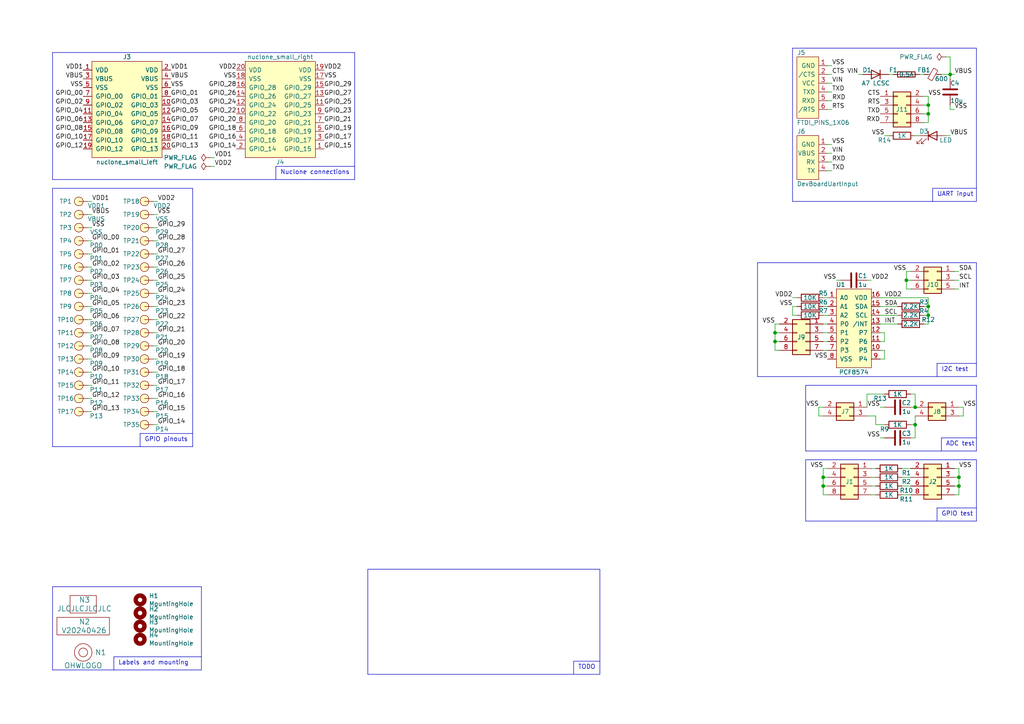
<source format=kicad_sch>
(kicad_sch (version 20230121) (generator eeschema)
  (paper "A4")
  (lib_symbols
    (symbol "Connector_Generic:Conn_02x02_Odd_Even" (pin_names (offset 1.016) hide)
      (property "Reference" "J" (at 1.27 2.54 0))
      (property "Value" "Conn_02x02_Odd_Even" (at 1.27 -5.08 0))
      (symbol "Conn_02x02_Odd_Even_1_1"
        (rectangle (start -1.27 -2.413) (end 0 -2.667) (stroke (width 0.1524)))
        (rectangle (start -1.27 0.127) (end 0 -0.127) (stroke (width 0.1524)))
        (rectangle (start -1.27 1.27) (end 3.81 -3.81) (stroke (width 0.254)) (fill (type background)))
        (rectangle (start 3.81 -2.413) (end 2.54 -2.667) (stroke (width 0.1524)))
        (rectangle (start 3.81 0.127) (end 2.54 -0.127) (stroke (width 0.1524)))
        (pin passive line (at -5.08 0 0) (length 3.81) (name "Pin_1") (number "1"))
        (pin passive line (at 7.62 0 180) (length 3.81) (name "Pin_2") (number "2"))
        (pin passive line (at -5.08 -2.54 0) (length 3.81) (name "Pin_3") (number "3"))
        (pin passive line (at 7.62 -2.54 180) (length 3.81) (name "Pin_4") (number "4"))
      )
    )
    (symbol "Connector_Generic:Conn_02x03_Odd_Even" (pin_names (offset 1.016) hide)
      (property "Reference" "J" (at 1.27 5.08 0))
      (property "Value" "Conn_02x03_Odd_Even" (at 1.27 -5.08 0))
      (symbol "Conn_02x03_Odd_Even_1_1"
        (rectangle (start -1.27 -2.413) (end 0 -2.667) (stroke (width 0.1524)))
        (rectangle (start -1.27 0.127) (end 0 -0.127) (stroke (width 0.1524)))
        (rectangle (start -1.27 2.667) (end 0 2.413) (stroke (width 0.1524)))
        (rectangle (start -1.27 3.81) (end 3.81 -3.81) (stroke (width 0.254)) (fill (type background)))
        (rectangle (start 3.81 -2.413) (end 2.54 -2.667) (stroke (width 0.1524)))
        (rectangle (start 3.81 0.127) (end 2.54 -0.127) (stroke (width 0.1524)))
        (rectangle (start 3.81 2.667) (end 2.54 2.413) (stroke (width 0.1524)))
        (pin passive line (at -5.08 2.54 0) (length 3.81) (name "Pin_1") (number "1"))
        (pin passive line (at 7.62 2.54 180) (length 3.81) (name "Pin_2") (number "2"))
        (pin passive line (at -5.08 0 0) (length 3.81) (name "Pin_3") (number "3"))
        (pin passive line (at 7.62 0 180) (length 3.81) (name "Pin_4") (number "4"))
        (pin passive line (at -5.08 -2.54 0) (length 3.81) (name "Pin_5") (number "5"))
        (pin passive line (at 7.62 -2.54 180) (length 3.81) (name "Pin_6") (number "6"))
      )
    )
    (symbol "Connector_Generic:Conn_02x04_Odd_Even" (pin_names (offset 1.016) hide)
      (property "Reference" "J" (at 1.27 5.08 0))
      (property "Value" "Conn_02x04_Odd_Even" (at 1.27 -7.62 0))
      (symbol "Conn_02x04_Odd_Even_1_1"
        (rectangle (start -1.27 -4.953) (end 0 -5.207) (stroke (width 0.1524)))
        (rectangle (start -1.27 -2.413) (end 0 -2.667) (stroke (width 0.1524)))
        (rectangle (start -1.27 0.127) (end 0 -0.127) (stroke (width 0.1524)))
        (rectangle (start -1.27 2.667) (end 0 2.413) (stroke (width 0.1524)))
        (rectangle (start -1.27 3.81) (end 3.81 -6.35) (stroke (width 0.254)) (fill (type background)))
        (rectangle (start 3.81 -4.953) (end 2.54 -5.207) (stroke (width 0.1524)))
        (rectangle (start 3.81 -2.413) (end 2.54 -2.667) (stroke (width 0.1524)))
        (rectangle (start 3.81 0.127) (end 2.54 -0.127) (stroke (width 0.1524)))
        (rectangle (start 3.81 2.667) (end 2.54 2.413) (stroke (width 0.1524)))
        (pin passive line (at -5.08 2.54 0) (length 3.81) (name "Pin_1") (number "1"))
        (pin passive line (at 7.62 2.54 180) (length 3.81) (name "Pin_2") (number "2"))
        (pin passive line (at -5.08 0 0) (length 3.81) (name "Pin_3") (number "3"))
        (pin passive line (at 7.62 0 180) (length 3.81) (name "Pin_4") (number "4"))
        (pin passive line (at -5.08 -2.54 0) (length 3.81) (name "Pin_5") (number "5"))
        (pin passive line (at 7.62 -2.54 180) (length 3.81) (name "Pin_6") (number "6"))
        (pin passive line (at -5.08 -5.08 0) (length 3.81) (name "Pin_7") (number "7"))
        (pin passive line (at 7.62 -5.08 180) (length 3.81) (name "Pin_8") (number "8"))
      )
    )
    (symbol "Device:C" (pin_numbers hide) (pin_names (offset 0.254))
      (property "Reference" "C" (at 0.635 2.54 0))
      (property "Value" "C" (at 0.635 -2.54 0))
      (symbol "C_0_1"
        (polyline (pts (xy -2.032 -0.762) (xy 2.032 -0.762)) (stroke (width 0.508)))
        (polyline (pts (xy -2.032 0.762) (xy 2.032 0.762)) (stroke (width 0.508)))
      )
      (symbol "C_1_1"
        (pin passive line (at 0 3.81 270) (length 2.794) (name "~") (number "1"))
        (pin passive line (at 0 -3.81 90) (length 2.794) (name "~") (number "2"))
      )
    )
    (symbol "Device:D" (pin_numbers hide) (pin_names (offset 1.016) hide)
      (property "Reference" "D" (at 0 2.54 0))
      (property "Value" "D" (at 0 -2.54 0))
      (symbol "D_0_1"
        (polyline (pts (xy -1.27 1.27) (xy -1.27 -1.27)) (stroke (width 0.254)))
        (polyline (pts (xy 1.27 0) (xy -1.27 0)))
        (polyline (pts (xy 1.27 1.27) (xy 1.27 -1.27) (xy -1.27 0) (xy 1.27 1.27)) (stroke (width 0.254)))
      )
      (symbol "D_1_1"
        (pin passive line (at -3.81 0 0) (length 2.54) (name "K") (number "1"))
        (pin passive line (at 3.81 0 180) (length 2.54) (name "A") (number "2"))
      )
    )
    (symbol "Device:FerriteBead_Small" (pin_numbers hide) (pin_names (offset 0))
      (property "Reference" "FB" (at 1.905 1.27 0))
      (property "Value" "FerriteBead_Small" (at 1.905 -1.27 0))
      (symbol "FerriteBead_Small_0_1"
        (polyline (pts (xy 0 -1.27) (xy 0 -0.7874)))
        (polyline (pts (xy 0 0.889) (xy 0 1.2954)))
        (polyline (pts (xy -1.8288 0.2794) (xy -1.1176 1.4986) (xy 1.8288 -0.2032) (xy 1.1176 -1.4224) (xy -1.8288 0.2794)))
      )
      (symbol "FerriteBead_Small_1_1"
        (pin passive line (at 0 2.54 270) (length 1.27) (name "~") (number "1"))
        (pin passive line (at 0 -2.54 90) (length 1.27) (name "~") (number "2"))
      )
    )
    (symbol "Device:Fuse" (pin_numbers hide) (pin_names (offset 0))
      (property "Reference" "F" (at 2.032 0 90))
      (property "Value" "Fuse" (at -1.905 0 90))
      (symbol "Fuse_0_1"
        (rectangle (start -0.762 -2.54) (end 0.762 2.54) (stroke (width 0.254)))
        (polyline (pts (xy 0 2.54) (xy 0 -2.54)))
      )
      (symbol "Fuse_1_1"
        (pin passive line (at 0 3.81 270) (length 1.27) (name "~") (number "1"))
        (pin passive line (at 0 -3.81 90) (length 1.27) (name "~") (number "2"))
      )
    )
    (symbol "Device:LED" (pin_numbers hide) (pin_names (offset 1.016) hide)
      (property "Reference" "D" (at 0 2.54 0))
      (property "Value" "LED" (at 0 -2.54 0))
      (symbol "LED_0_1"
        (polyline (pts (xy -1.27 -1.27) (xy -1.27 1.27)) (stroke (width 0.254)))
        (polyline (pts (xy -1.27 0) (xy 1.27 0)))
        (polyline (pts (xy 1.27 -1.27) (xy 1.27 1.27) (xy -1.27 0) (xy 1.27 -1.27)) (stroke (width 0.254)))
        (polyline (pts (xy -3.048 -0.762) (xy -4.572 -2.286) (xy -3.81 -2.286) (xy -4.572 -2.286) (xy -4.572 -1.524)))
        (polyline (pts (xy -1.778 -0.762) (xy -3.302 -2.286) (xy -2.54 -2.286) (xy -3.302 -2.286) (xy -3.302 -1.524)))
      )
      (symbol "LED_1_1"
        (pin passive line (at -3.81 0 0) (length 2.54) (name "K") (number "1"))
        (pin passive line (at 3.81 0 180) (length 2.54) (name "A") (number "2"))
      )
    )
    (symbol "Device:R" (pin_numbers hide) (pin_names (offset 0))
      (property "Reference" "R" (at 2.032 0 90))
      (property "Value" "R" (at 0 0 90))
      (symbol "R_0_1"
        (rectangle (start -1.016 -2.54) (end 1.016 2.54) (stroke (width 0.254)))
      )
      (symbol "R_1_1"
        (pin passive line (at 0 3.81 270) (length 1.27) (name "~") (number "1"))
        (pin passive line (at 0 -3.81 90) (length 1.27) (name "~") (number "2"))
      )
    )
    (symbol "Mechanical:MountingHole" (pin_names (offset 1.016))
      (property "Reference" "H" (at 0 5.08 0))
      (property "Value" "MountingHole" (at 0 3.175 0))
      (symbol "MountingHole_0_1"
        (circle (center 0 0) (radius 1.27) (stroke (width 1.27)))
      )
    )
    (symbol "SquantorConnectorsNamed:DevBoardUartInput" (pin_names (offset 1.016))
      (property "Reference" "J" (at 0 7.62 0))
      (property "Value" "DevBoardUartInput" (at 0 -7.62 0))
      (symbol "DevBoardUartInput_0_1"
        (rectangle (start 2.54 -6.35) (end -3.81 6.35) (fill (type background)))
      )
      (symbol "DevBoardUartInput_1_1"
        (pin power_out line (at 5.08 3.81 180) (length 2.54) (name "GND") (number "1"))
        (pin power_out line (at 5.08 1.27 180) (length 2.54) (name "VBUS") (number "2"))
        (pin input line (at 5.08 -1.27 180) (length 2.54) (name "RX") (number "3"))
        (pin output line (at 5.08 -3.81 180) (length 2.54) (name "TX") (number "4"))
      )
    )
    (symbol "SquantorConnectorsNamed:FTDI_PINS_1X06" (pin_names (offset 1.016))
      (property "Reference" "J" (at 0 10.16 0))
      (property "Value" "FTDI_PINS_1X06" (at 0 -10.16 0))
      (symbol "FTDI_PINS_1X06_0_1"
        (rectangle (start -3.81 8.89) (end 2.54 -8.89) (fill (type background)))
      )
      (symbol "FTDI_PINS_1X06_1_1"
        (pin power_out line (at 5.08 6.35 180) (length 2.54) (name "GND") (number "1"))
        (pin input line (at 5.08 3.81 180) (length 2.54) (name "/CTS") (number "2"))
        (pin power_out line (at 5.08 1.27 180) (length 2.54) (name "VCC") (number "3"))
        (pin output line (at 5.08 -1.27 180) (length 2.54) (name "TXD") (number "4"))
        (pin input line (at 5.08 -3.81 180) (length 2.54) (name "RXD") (number "5"))
        (pin output line (at 5.08 -6.35 180) (length 2.54) (name "/RTS") (number "6"))
      )
    )
    (symbol "SquantorConnectorsNamed:nuclone_small_left" (pin_names (offset 1.016))
      (property "Reference" "J" (at 0 15.24 0))
      (property "Value" "nuclone_small_left" (at 0 -15.24 0))
      (symbol "nuclone_small_left_0_1"
        (rectangle (start -10.16 13.97) (end 10.16 -13.97) (fill (type background)))
      )
      (symbol "nuclone_small_left_1_1"
        (pin power_in line (at -12.7 11.43 0) (length 2.54) (name "VDD") (number "1"))
        (pin bidirectional line (at 12.7 1.27 180) (length 2.54) (name "GPIO_03") (number "10"))
        (pin bidirectional line (at -12.7 -1.27 0) (length 2.54) (name "GPIO_04") (number "11"))
        (pin bidirectional line (at 12.7 -1.27 180) (length 2.54) (name "GPIO_05") (number "12"))
        (pin bidirectional line (at -12.7 -3.81 0) (length 2.54) (name "GPIO_06") (number "13"))
        (pin bidirectional line (at 12.7 -3.81 180) (length 2.54) (name "GPIO_07") (number "14"))
        (pin bidirectional line (at -12.7 -6.35 0) (length 2.54) (name "GPIO_08") (number "15"))
        (pin bidirectional line (at 12.7 -6.35 180) (length 2.54) (name "GPIO_09") (number "16"))
        (pin bidirectional line (at -12.7 -8.89 0) (length 2.54) (name "GPIO_10") (number "17"))
        (pin bidirectional line (at 12.7 -8.89 180) (length 2.54) (name "GPIO_11") (number "18"))
        (pin bidirectional line (at -12.7 -11.43 0) (length 2.54) (name "GPIO_12") (number "19"))
        (pin power_in line (at 12.7 11.43 180) (length 2.54) (name "VDD") (number "2"))
        (pin bidirectional line (at 12.7 -11.43 180) (length 2.54) (name "GPIO_13") (number "20"))
        (pin power_in line (at -12.7 8.89 0) (length 2.54) (name "VBUS") (number "3"))
        (pin power_in line (at 12.7 8.89 180) (length 2.54) (name "VBUS") (number "4"))
        (pin power_in line (at -12.7 6.35 0) (length 2.54) (name "VSS") (number "5"))
        (pin power_in line (at 12.7 6.35 180) (length 2.54) (name "VSS") (number "6"))
        (pin bidirectional line (at -12.7 3.81 0) (length 2.54) (name "GPIO_00") (number "7"))
        (pin bidirectional line (at 12.7 3.81 180) (length 2.54) (name "GPIO_01") (number "8"))
        (pin bidirectional line (at -12.7 1.27 0) (length 2.54) (name "GPIO_02") (number "9"))
      )
    )
    (symbol "SquantorConnectorsNamed:nuclone_small_right" (pin_names (offset 1.016))
      (property "Reference" "J" (at 0 -15.24 0))
      (property "Value" "nuclone_small_right" (at 0 15.24 0))
      (symbol "nuclone_small_right_0_1"
        (rectangle (start 10.16 -13.97) (end -10.16 13.97) (fill (type background)))
      )
      (symbol "nuclone_small_right_1_1"
        (pin bidirectional line (at 12.7 -11.43 180) (length 2.54) (name "GPIO_15") (number "1"))
        (pin bidirectional line (at -12.7 -1.27 0) (length 2.54) (name "GPIO_22") (number "10"))
        (pin bidirectional line (at 12.7 1.27 180) (length 2.54) (name "GPIO_25") (number "11"))
        (pin bidirectional line (at -12.7 1.27 0) (length 2.54) (name "GPIO_24") (number "12"))
        (pin bidirectional line (at 12.7 3.81 180) (length 2.54) (name "GPIO_27") (number "13"))
        (pin bidirectional line (at -12.7 3.81 0) (length 2.54) (name "GPIO_26") (number "14"))
        (pin bidirectional line (at 12.7 6.35 180) (length 2.54) (name "GPIO_29") (number "15"))
        (pin bidirectional line (at -12.7 6.35 0) (length 2.54) (name "GPIO_28") (number "16"))
        (pin power_in line (at 12.7 8.89 180) (length 2.54) (name "VSS") (number "17"))
        (pin power_in line (at -12.7 8.89 0) (length 2.54) (name "VSS") (number "18"))
        (pin power_in line (at 12.7 11.43 180) (length 2.54) (name "VDD") (number "19"))
        (pin bidirectional line (at -12.7 -11.43 0) (length 2.54) (name "GPIO_14") (number "2"))
        (pin power_in line (at -12.7 11.43 0) (length 2.54) (name "VDD") (number "20"))
        (pin bidirectional line (at 12.7 -8.89 180) (length 2.54) (name "GPIO_17") (number "3"))
        (pin bidirectional line (at -12.7 -8.89 0) (length 2.54) (name "GPIO_16") (number "4"))
        (pin bidirectional line (at 12.7 -6.35 180) (length 2.54) (name "GPIO_19") (number "5"))
        (pin bidirectional line (at -12.7 -6.35 0) (length 2.54) (name "GPIO_18") (number "6"))
        (pin bidirectional line (at 12.7 -3.81 180) (length 2.54) (name "GPIO_21") (number "7"))
        (pin bidirectional line (at -12.7 -3.81 0) (length 2.54) (name "GPIO_20") (number "8"))
        (pin bidirectional line (at 12.7 -1.27 180) (length 2.54) (name "GPIO_23") (number "9"))
      )
    )
    (symbol "SquantorLabels:Label" (pin_names (offset 1.016))
      (property "Reference" "N" (at 0 1.27 0))
      (property "Value" "Label" (at 0 -1.27 0))
      (symbol "Label_0_1"
        (rectangle (start -3.81 2.54) (end 3.81 -2.54))
      )
    )
    (symbol "SquantorLabels:OHWLOGO" (pin_names (offset 1.016))
      (property "Reference" "N" (at 0 3.81 0))
      (property "Value" "OHWLOGO" (at 0 -3.81 0))
      (symbol "OHWLOGO_0_1"
        (circle (center 0 0) (radius 1.27))
        (circle (center 0 0) (radius 2.54))
      )
    )
    (symbol "SquantorLabels:VYYYYMMDD" (pin_names (offset 1.016))
      (property "Reference" "N" (at 0 2.54 0))
      (property "Value" "VYYYYMMDD" (at 0 0 0))
      (symbol "VYYYYMMDD_0_1"
        (rectangle (start 7.62 -1.27) (end -7.62 3.81))
      )
    )
    (symbol "SquantorNxp:PCF8574" (pin_names (offset 1.016))
      (property "Reference" "U" (at 0 11.43 0))
      (property "Value" "PCF8574" (at 0 -13.97 0))
      (symbol "PCF8574_1_0"
        (rectangle (start -5.08 10.16) (end 5.08 -12.7) (fill (type background)))
      )
      (symbol "PCF8574_1_1"
        (pin input line (at -7.62 7.62 0) (length 2.54) (name "A0") (number "1"))
        (pin bidirectional line (at 7.62 -7.62 180) (length 2.54) (name "P5") (number "10"))
        (pin bidirectional line (at 7.62 -5.08 180) (length 2.54) (name "P6") (number "11"))
        (pin bidirectional line (at 7.62 -2.54 180) (length 2.54) (name "P7") (number "12"))
        (pin open_collector line (at 7.62 0 180) (length 2.54) (name "/INT") (number "13"))
        (pin input line (at 7.62 2.54 180) (length 2.54) (name "SCL") (number "14"))
        (pin bidirectional line (at 7.62 5.08 180) (length 2.54) (name "SDA") (number "15"))
        (pin power_in line (at 7.62 7.62 180) (length 2.54) (name "VDD") (number "16"))
        (pin input line (at -7.62 5.08 0) (length 2.54) (name "A1") (number "2"))
        (pin input line (at -7.62 2.54 0) (length 2.54) (name "A2") (number "3"))
        (pin bidirectional line (at -7.62 0 0) (length 2.54) (name "P0") (number "4"))
        (pin bidirectional line (at -7.62 -2.54 0) (length 2.54) (name "P1") (number "5"))
        (pin bidirectional line (at -7.62 -5.08 0) (length 2.54) (name "P2") (number "6"))
        (pin bidirectional line (at -7.62 -7.62 0) (length 2.54) (name "P3") (number "7"))
        (pin power_in line (at -7.62 -10.16 0) (length 2.54) (name "VSS") (number "8"))
        (pin bidirectional line (at 7.62 -10.16 180) (length 2.54) (name "P4") (number "9"))
      )
    )
    (symbol "SquantorProto:testpad" (pin_numbers hide) (pin_names (offset 1.016) hide)
      (property "Reference" "TP" (at 0 2.54 0))
      (property "Value" "testpad" (at 0 -2.54 0))
      (symbol "testpad_0_1"
        (circle (center 0 0) (radius 1.27) (fill (type background)))
      )
      (symbol "testpad_1_1"
        (pin passive line (at -2.54 0 0) (length 2.54) (name "1") (number "1"))
      )
    )
    (symbol "power:PWR_FLAG" (power) (pin_numbers hide) (pin_names (offset 0) hide)
      (property "Value" "PWR_FLAG" (at 0 3.81 0))
      (symbol "PWR_FLAG_0_0"
        (pin power_out line (at 0 0 90) (length 0) (name "pwr") (number "1"))
      )
      (symbol "PWR_FLAG_0_1"
        (polyline (pts (xy 0 0) (xy 0 1.27) (xy -1.016 1.905) (xy 0 2.54) (xy 1.016 1.905) (xy 0 1.27)))
      )
    )
  )
  (junction (at 269.24 30.48))
  (junction (at 238.76 138.43))
  (junction (at 269.24 91.44))
  (junction (at 265.43 118.11))
  (junction (at 224.79 99.06))
  (junction (at 262.89 81.28))
  (junction (at 269.24 88.9))
  (junction (at 224.79 96.52))
  (junction (at 269.24 33.02))
  (junction (at 278.13 138.43))
  (junction (at 275.59 21.59))
  (junction (at 238.76 140.97))
  (junction (at 278.13 140.97))
  (junction (at 265.43 123.19))
  (wire (pts (xy 267.97 88.9) (xy 269.24 88.9)))
  (polyline (pts (xy 229.87 13.97) (xy 283.21 13.97)))
  (polyline (pts (xy 283.21 105.41) (xy 271.78 105.41)))
  (wire (pts (xy 248.92 21.59) (xy 250.19 21.59)))
  (wire (pts (xy 44.45 96.52) (xy 45.72 96.52)))
  (wire (pts (xy 269.24 93.98) (xy 267.97 93.98)))
  (wire (pts (xy 44.45 58.42) (xy 45.72 58.42)))
  (wire (pts (xy 276.86 21.59) (xy 275.59 21.59)))
  (polyline (pts (xy 102.87 48.26) (xy 80.01 48.26)))
  (polyline (pts (xy 33.02 190.5) (xy 33.02 194.31)))
  (wire (pts (xy 275.59 21.59) (xy 275.59 22.86)))
  (wire (pts (xy 278.13 135.89) (xy 276.86 135.89)))
  (polyline (pts (xy 283.21 147.32) (xy 271.78 147.32)))
  (wire (pts (xy 267.97 35.56) (xy 269.24 35.56)))
  (wire (pts (xy 251.46 114.3) (xy 251.46 118.11)))
  (wire (pts (xy 45.72 77.47) (xy 44.45 77.47)))
  (wire (pts (xy 257.81 21.59) (xy 259.08 21.59)))
  (wire (pts (xy 269.24 30.48) (xy 269.24 27.94)))
  (wire (pts (xy 256.54 104.14) (xy 256.54 101.6)))
  (polyline (pts (xy 58.42 190.5) (xy 33.02 190.5)))
  (polyline (pts (xy 271.78 105.41) (xy 271.78 109.22)))
  (wire (pts (xy 278.13 120.65) (xy 279.4 120.65)))
  (wire (pts (xy 278.13 143.51) (xy 278.13 140.97)))
  (wire (pts (xy 240.03 31.75) (xy 241.3 31.75)))
  (wire (pts (xy 265.43 127) (xy 264.16 127)))
  (wire (pts (xy 262.89 81.28) (xy 262.89 78.74)))
  (polyline (pts (xy 229.87 58.42) (xy 283.21 58.42)))
  (wire (pts (xy 45.72 107.95) (xy 44.45 107.95)))
  (wire (pts (xy 25.4 88.9) (xy 26.67 88.9)))
  (wire (pts (xy 251.46 120.65) (xy 254 120.65)))
  (polyline (pts (xy 173.99 165.1) (xy 173.99 195.58)))
  (wire (pts (xy 44.45 115.57) (xy 45.72 115.57)))
  (wire (pts (xy 254 123.19) (xy 256.54 123.19)))
  (wire (pts (xy 240.03 41.91) (xy 241.3 41.91)))
  (wire (pts (xy 276.86 143.51) (xy 278.13 143.51)))
  (wire (pts (xy 238.76 91.44) (xy 240.03 91.44)))
  (polyline (pts (xy 233.68 133.35) (xy 233.68 151.13)))
  (wire (pts (xy 261.62 140.97) (xy 264.16 140.97)))
  (wire (pts (xy 237.49 120.65) (xy 237.49 118.11)))
  (wire (pts (xy 269.24 86.36) (xy 269.24 88.9)))
  (wire (pts (xy 266.7 21.59) (xy 267.97 21.59)))
  (wire (pts (xy 26.67 115.57) (xy 25.4 115.57)))
  (wire (pts (xy 224.79 96.52) (xy 226.06 96.52)))
  (wire (pts (xy 264.16 123.19) (xy 265.43 123.19)))
  (wire (pts (xy 26.67 58.42) (xy 25.4 58.42)))
  (wire (pts (xy 278.13 138.43) (xy 278.13 135.89)))
  (polyline (pts (xy 283.21 130.81) (xy 283.21 111.76)))
  (polyline (pts (xy 80.01 48.26) (xy 80.01 52.07)))
  (polyline (pts (xy 283.21 151.13) (xy 283.21 133.35)))
  (wire (pts (xy 254 123.19) (xy 254 120.65)))
  (wire (pts (xy 261.62 138.43) (xy 264.16 138.43)))
  (polyline (pts (xy 15.24 54.61) (xy 55.88 54.61)))
  (wire (pts (xy 242.57 81.28) (xy 243.84 81.28)))
  (wire (pts (xy 269.24 33.02) (xy 269.24 30.48)))
  (wire (pts (xy 26.67 85.09) (xy 25.4 85.09)))
  (wire (pts (xy 265.43 120.65) (xy 265.43 123.19)))
  (wire (pts (xy 274.32 39.37) (xy 275.59 39.37)))
  (wire (pts (xy 240.03 143.51) (xy 238.76 143.51)))
  (polyline (pts (xy 15.24 129.54) (xy 15.24 54.61)))
  (wire (pts (xy 45.72 100.33) (xy 44.45 100.33)))
  (polyline (pts (xy 40.64 125.73) (xy 40.64 129.54)))
  (wire (pts (xy 269.24 91.44) (xy 267.97 91.44)))
  (wire (pts (xy 240.03 24.13) (xy 241.3 24.13)))
  (wire (pts (xy 44.45 66.04) (xy 45.72 66.04)))
  (polyline (pts (xy 55.88 54.61) (xy 55.88 129.54)))
  (wire (pts (xy 45.72 85.09) (xy 44.45 85.09)))
  (polyline (pts (xy 233.68 151.13) (xy 283.21 151.13)))
  (wire (pts (xy 238.76 96.52) (xy 240.03 96.52)))
  (wire (pts (xy 25.4 81.28) (xy 26.67 81.28)))
  (wire (pts (xy 252.73 140.97) (xy 254 140.97)))
  (wire (pts (xy 25.4 104.14) (xy 26.67 104.14)))
  (wire (pts (xy 45.72 69.85) (xy 44.45 69.85)))
  (wire (pts (xy 256.54 39.37) (xy 257.81 39.37)))
  (wire (pts (xy 256.54 96.52) (xy 256.54 99.06)))
  (wire (pts (xy 229.87 88.9) (xy 229.87 91.44)))
  (wire (pts (xy 265.43 114.3) (xy 265.43 118.11)))
  (wire (pts (xy 240.03 49.53) (xy 241.3 49.53)))
  (wire (pts (xy 255.27 86.36) (xy 269.24 86.36)))
  (wire (pts (xy 252.73 143.51) (xy 254 143.51)))
  (wire (pts (xy 275.59 31.75) (xy 275.59 30.48)))
  (wire (pts (xy 278.13 138.43) (xy 276.86 138.43)))
  (polyline (pts (xy 283.21 76.2) (xy 219.71 76.2)))
  (wire (pts (xy 231.14 91.44) (xy 229.87 91.44)))
  (wire (pts (xy 25.4 96.52) (xy 26.67 96.52)))
  (wire (pts (xy 26.67 66.04) (xy 25.4 66.04)))
  (wire (pts (xy 60.96 48.26) (xy 62.23 48.26)))
  (wire (pts (xy 44.45 111.76) (xy 45.72 111.76)))
  (polyline (pts (xy 15.24 194.31) (xy 58.42 194.31)))
  (wire (pts (xy 264.16 83.82) (xy 262.89 83.82)))
  (wire (pts (xy 255.27 101.6) (xy 256.54 101.6)))
  (wire (pts (xy 44.45 88.9) (xy 45.72 88.9)))
  (polyline (pts (xy 102.87 15.24) (xy 15.24 15.24)))
  (wire (pts (xy 269.24 91.44) (xy 269.24 93.98)))
  (wire (pts (xy 240.03 46.99) (xy 241.3 46.99)))
  (wire (pts (xy 279.4 120.65) (xy 279.4 118.11)))
  (polyline (pts (xy 283.21 127) (xy 273.05 127)))
  (wire (pts (xy 240.03 93.98) (xy 238.76 93.98)))
  (wire (pts (xy 229.87 86.36) (xy 231.14 86.36)))
  (wire (pts (xy 240.03 29.21) (xy 241.3 29.21)))
  (wire (pts (xy 255.27 118.11) (xy 256.54 118.11)))
  (wire (pts (xy 269.24 33.02) (xy 267.97 33.02)))
  (wire (pts (xy 256.54 99.06) (xy 255.27 99.06)))
  (wire (pts (xy 26.67 107.95) (xy 25.4 107.95)))
  (polyline (pts (xy 283.21 13.97) (xy 283.21 58.42)))
  (polyline (pts (xy 106.68 165.1) (xy 173.99 165.1)))
  (wire (pts (xy 251.46 114.3) (xy 256.54 114.3)))
  (wire (pts (xy 264.16 114.3) (xy 265.43 114.3)))
  (wire (pts (xy 255.27 104.14) (xy 256.54 104.14)))
  (wire (pts (xy 269.24 30.48) (xy 267.97 30.48)))
  (wire (pts (xy 224.79 93.98) (xy 226.06 93.98)))
  (polyline (pts (xy 55.88 129.54) (xy 15.24 129.54)))
  (wire (pts (xy 229.87 88.9) (xy 231.14 88.9)))
  (polyline (pts (xy 233.68 130.81) (xy 283.21 130.81)))
  (polyline (pts (xy 15.24 52.07) (xy 102.87 52.07)))
  (wire (pts (xy 238.76 140.97) (xy 238.76 138.43)))
  (polyline (pts (xy 58.42 194.31) (xy 58.42 170.18)))
  (wire (pts (xy 238.76 120.65) (xy 237.49 120.65)))
  (wire (pts (xy 255.27 91.44) (xy 260.35 91.44)))
  (polyline (pts (xy 283.21 133.35) (xy 233.68 133.35)))
  (polyline (pts (xy 166.37 191.77) (xy 173.99 191.77)))
  (wire (pts (xy 25.4 119.38) (xy 26.67 119.38)))
  (polyline (pts (xy 58.42 170.18) (xy 15.24 170.18)))
  (polyline (pts (xy 106.68 195.58) (xy 106.68 165.1)))
  (wire (pts (xy 269.24 35.56) (xy 269.24 33.02)))
  (wire (pts (xy 224.79 99.06) (xy 224.79 96.52)))
  (wire (pts (xy 238.76 101.6) (xy 240.03 101.6)))
  (wire (pts (xy 255.27 96.52) (xy 256.54 96.52)))
  (wire (pts (xy 45.72 119.38) (xy 44.45 119.38)))
  (wire (pts (xy 269.24 88.9) (xy 269.24 91.44)))
  (wire (pts (xy 276.86 83.82) (xy 278.13 83.82)))
  (wire (pts (xy 45.72 92.71) (xy 44.45 92.71)))
  (wire (pts (xy 238.76 143.51) (xy 238.76 140.97)))
  (polyline (pts (xy 55.88 125.73) (xy 40.64 125.73)))
  (wire (pts (xy 240.03 21.59) (xy 241.3 21.59)))
  (wire (pts (xy 238.76 86.36) (xy 240.03 86.36)))
  (wire (pts (xy 262.89 81.28) (xy 264.16 81.28)))
  (wire (pts (xy 262.89 78.74) (xy 264.16 78.74)))
  (wire (pts (xy 265.43 118.11) (xy 264.16 118.11)))
  (wire (pts (xy 240.03 99.06) (xy 238.76 99.06)))
  (polyline (pts (xy 273.05 127) (xy 273.05 130.81)))
  (wire (pts (xy 224.79 99.06) (xy 226.06 99.06)))
  (polyline (pts (xy 283.21 111.76) (xy 233.68 111.76)))
  (polyline (pts (xy 229.87 13.97) (xy 229.87 58.42)))
  (wire (pts (xy 255.27 93.98) (xy 260.35 93.98)))
  (polyline (pts (xy 271.78 147.32) (xy 271.78 151.13)))
  (wire (pts (xy 25.4 73.66) (xy 26.67 73.66)))
  (wire (pts (xy 240.03 44.45) (xy 241.3 44.45)))
  (wire (pts (xy 44.45 81.28) (xy 45.72 81.28)))
  (wire (pts (xy 26.67 77.47) (xy 25.4 77.47)))
  (wire (pts (xy 275.59 16.51) (xy 275.59 21.59)))
  (polyline (pts (xy 233.68 111.76) (xy 233.68 130.81)))
  (wire (pts (xy 251.46 81.28) (xy 252.73 81.28)))
  (wire (pts (xy 261.62 143.51) (xy 264.16 143.51)))
  (wire (pts (xy 279.4 118.11) (xy 278.13 118.11)))
  (wire (pts (xy 44.45 123.19) (xy 45.72 123.19)))
  (wire (pts (xy 238.76 135.89) (xy 240.03 135.89)))
  (wire (pts (xy 240.03 26.67) (xy 241.3 26.67)))
  (wire (pts (xy 255.27 127) (xy 256.54 127)))
  (wire (pts (xy 265.43 123.19) (xy 265.43 127)))
  (wire (pts (xy 26.67 100.33) (xy 25.4 100.33)))
  (wire (pts (xy 238.76 138.43) (xy 238.76 135.89)))
  (wire (pts (xy 252.73 135.89) (xy 254 135.89)))
  (wire (pts (xy 269.24 27.94) (xy 267.97 27.94)))
  (wire (pts (xy 44.45 104.14) (xy 45.72 104.14)))
  (wire (pts (xy 276.86 78.74) (xy 278.13 78.74)))
  (wire (pts (xy 44.45 73.66) (xy 45.72 73.66)))
  (polyline (pts (xy 219.71 109.22) (xy 283.21 109.22)))
  (wire (pts (xy 26.67 69.85) (xy 25.4 69.85)))
  (wire (pts (xy 60.96 45.72) (xy 62.23 45.72)))
  (wire (pts (xy 26.67 92.71) (xy 25.4 92.71)))
  (polyline (pts (xy 219.71 76.2) (xy 219.71 109.22)))
  (polyline (pts (xy 15.24 170.18) (xy 15.24 194.31)))
  (wire (pts (xy 275.59 31.75) (xy 276.86 31.75)))
  (wire (pts (xy 240.03 19.05) (xy 241.3 19.05)))
  (polyline (pts (xy 283.21 109.22) (xy 283.21 76.2)))
  (polyline (pts (xy 15.24 15.24) (xy 15.24 52.07)))
  (wire (pts (xy 237.49 118.11) (xy 238.76 118.11)))
  (wire (pts (xy 224.79 101.6) (xy 224.79 99.06)))
  (polyline (pts (xy 173.99 195.58) (xy 106.68 195.58)))
  (wire (pts (xy 238.76 140.97) (xy 240.03 140.97)))
  (wire (pts (xy 25.4 62.23) (xy 26.67 62.23)))
  (polyline (pts (xy 283.21 54.61) (xy 270.51 54.61)))
  (wire (pts (xy 25.4 111.76) (xy 26.67 111.76)))
  (wire (pts (xy 276.86 81.28) (xy 278.13 81.28)))
  (wire (pts (xy 238.76 138.43) (xy 240.03 138.43)))
  (wire (pts (xy 261.62 135.89) (xy 264.16 135.89)))
  (polyline (pts (xy 102.87 52.07) (xy 102.87 15.24)))
  (wire (pts (xy 265.43 39.37) (xy 266.7 39.37)))
  (wire (pts (xy 226.06 101.6) (xy 224.79 101.6)))
  (wire (pts (xy 273.05 21.59) (xy 275.59 21.59)))
  (wire (pts (xy 278.13 140.97) (xy 276.86 140.97)))
  (wire (pts (xy 262.89 83.82) (xy 262.89 81.28)))
  (wire (pts (xy 238.76 88.9) (xy 240.03 88.9)))
  (wire (pts (xy 252.73 138.43) (xy 254 138.43)))
  (wire (pts (xy 275.59 16.51) (xy 274.32 16.51)))
  (wire (pts (xy 224.79 96.52) (xy 224.79 93.98)))
  (polyline (pts (xy 270.51 54.61) (xy 270.51 58.42)))
  (wire (pts (xy 45.72 62.23) (xy 44.45 62.23)))
  (wire (pts (xy 255.27 88.9) (xy 260.35 88.9)))
  (wire (pts (xy 278.13 140.97) (xy 278.13 138.43)))
  (polyline (pts (xy 166.37 195.58) (xy 166.37 191.77)))
  (text "I2C test" (at 273.05 107.95 0) (effects (font (size 1.27 1.27)) (justify left bottom)))
  (text "GPIO test" (at 273.05 149.86 0) (effects (font (size 1.27 1.27)) (justify left bottom)))
  (text "Labels and mounting" (at 34.29 193.04 0) (effects (font (size 1.27 1.27)) (justify left bottom)))
  (text "TODO" (at 167.64 194.31 0) (effects (font (size 1.27 1.27)) (justify left bottom)))
  (text "GPIO pinouts" (at 41.91 128.27 0) (effects (font (size 1.27 1.27)) (justify left bottom)))
  (text "Nuclone connections" (at 81.28 50.8 0) (effects (font (size 1.27 1.27)) (justify left bottom)))
  (text "UART input" (at 271.78 57.15 0) (effects (font (size 1.27 1.27)) (justify left bottom)))
  (text "ADC test" (at 274.32 129.54 0) (effects (font (size 1.27 1.27)) (justify left bottom)))
  (label "GPIO_24" (at 45.72 85.09 0))
  (label "VDD2" (at 62.23 48.26 0))
  (label "GPIO_20" (at 68.58 35.56 180))
  (label "GPIO_22" (at 45.72 92.71 0))
  (label "GPIO_26" (at 68.58 27.94 180))
  (label "CTS" (at 241.3 21.59 0))
  (label "VSS" (at 49.53 25.4 0))
  (label "VSS" (at 240.03 104.14 180))
  (label "GPIO_24" (at 68.58 30.48 180))
  (label "TXD" (at 241.3 26.67 0))
  (label "VSS" (at 255.27 127 180))
  (label "GPIO_27" (at 45.72 73.66 0))
  (label "GPIO_11" (at 26.67 111.76 0))
  (label "VBUS" (at 49.53 22.86 0))
  (label "INT" (at 256.54 93.98 0))
  (label "GPIO_28" (at 45.72 69.85 0))
  (label "SDA" (at 256.54 88.9 0))
  (label "GPIO_12" (at 26.67 115.57 0))
  (label "GPIO_15" (at 45.72 119.38 0))
  (label "VDD1" (at 26.67 58.42 0))
  (label "GPIO_07" (at 49.53 35.56 0))
  (label "GPIO_00" (at 24.13 27.94 180))
  (label "TXD" (at 241.3 49.53 0))
  (label "GPIO_21" (at 93.98 35.56 0))
  (label "VBUS" (at 26.67 62.23 0))
  (label "VDD2" (at 45.72 58.42 0))
  (label "GPIO_29" (at 93.98 25.4 0))
  (label "VDD1" (at 62.23 45.72 0))
  (label "VIN" (at 241.3 24.13 0))
  (label "GPIO_19" (at 45.72 104.14 0))
  (label "GPIO_08" (at 24.13 38.1 180))
  (label "VSS" (at 278.13 135.89 0))
  (label "VSS" (at 269.24 27.94 0))
  (label "GPIO_11" (at 49.53 40.64 0))
  (label "CTS" (at 255.27 27.94 180))
  (label "VDD2" (at 93.98 20.32 0))
  (label "GPIO_22" (at 68.58 33.02 180))
  (label "VDD1" (at 24.13 20.32 180))
  (label "VIN" (at 248.92 21.59 180))
  (label "INT" (at 278.13 83.82 0))
  (label "VSS" (at 45.72 62.23 0))
  (label "GPIO_10" (at 24.13 40.64 180))
  (label "GPIO_23" (at 93.98 33.02 0))
  (label "GPIO_01" (at 49.53 27.94 0))
  (label "GPIO_05" (at 49.53 33.02 0))
  (label "RXD" (at 241.3 29.21 0))
  (label "VDD2" (at 256.54 86.36 0))
  (label "GPIO_15" (at 93.98 43.18 0))
  (label "GPIO_16" (at 45.72 115.57 0))
  (label "GPIO_08" (at 26.67 100.33 0))
  (label "GPIO_19" (at 93.98 38.1 0))
  (label "RXD" (at 255.27 35.56 180))
  (label "GPIO_26" (at 45.72 77.47 0))
  (label "GPIO_18" (at 45.72 107.95 0))
  (label "GPIO_27" (at 93.98 27.94 0))
  (label "VBUS" (at 275.59 39.37 0))
  (label "GPIO_23" (at 45.72 88.9 0))
  (label "GPIO_21" (at 45.72 96.52 0))
  (label "VSS" (at 279.4 118.11 0))
  (label "GPIO_06" (at 26.67 92.71 0))
  (label "VIN" (at 241.3 44.45 0))
  (label "GPIO_03" (at 26.67 81.28 0))
  (label "VDD2" (at 252.73 81.28 0))
  (label "GPIO_17" (at 93.98 40.64 0))
  (label "RXD" (at 241.3 46.99 0))
  (label "VSS" (at 238.76 135.89 180))
  (label "GPIO_14" (at 68.58 43.18 180))
  (label "VSS" (at 241.3 41.91 0))
  (label "RTS" (at 255.27 30.48 180))
  (label "GPIO_00" (at 26.67 69.85 0))
  (label "VSS" (at 93.98 22.86 0))
  (label "GPIO_04" (at 24.13 33.02 180))
  (label "VSS" (at 24.13 25.4 180))
  (label "GPIO_03" (at 49.53 30.48 0))
  (label "GPIO_13" (at 49.53 43.18 0))
  (label "GPIO_09" (at 26.67 104.14 0))
  (label "GPIO_02" (at 26.67 77.47 0))
  (label "VSS" (at 26.67 66.04 0))
  (label "GPIO_25" (at 45.72 81.28 0))
  (label "GPIO_13" (at 26.67 119.38 0))
  (label "VBUS" (at 276.86 21.59 0))
  (label "GPIO_18" (at 68.58 38.1 180))
  (label "VSS" (at 242.57 81.28 180))
  (label "GPIO_07" (at 26.67 96.52 0))
  (label "GPIO_05" (at 26.67 88.9 0))
  (label "VSS" (at 256.54 39.37 180))
  (label "VSS" (at 224.79 93.98 180))
  (label "GPIO_28" (at 68.58 25.4 180))
  (label "GPIO_09" (at 49.53 38.1 0))
  (label "GPIO_06" (at 24.13 35.56 180))
  (label "GPIO_02" (at 24.13 30.48 180))
  (label "GPIO_25" (at 93.98 30.48 0))
  (label "SDA" (at 278.13 78.74 0))
  (label "VBUS" (at 24.13 22.86 180))
  (label "VDD2" (at 68.58 20.32 180))
  (label "VSS" (at 255.27 118.11 180))
  (label "GPIO_04" (at 26.67 85.09 0))
  (label "GPIO_16" (at 68.58 40.64 180))
  (label "VSS" (at 241.3 19.05 0))
  (label "VSS" (at 262.89 78.74 180))
  (label "SCL" (at 278.13 81.28 0))
  (label "GPIO_17" (at 45.72 111.76 0))
  (label "GPIO_10" (at 26.67 107.95 0))
  (label "VSS" (at 237.49 118.11 180))
  (label "VDD2" (at 229.87 86.36 180))
  (label "VSS" (at 276.86 31.75 0))
  (label "TXD" (at 255.27 33.02 180))
  (label "VDD1" (at 49.53 20.32 0))
  (label "VSS" (at 229.87 88.9 180))
  (label "GPIO_12" (at 24.13 43.18 180))
  (label "SCL" (at 256.54 91.44 0))
  (label "GPIO_01" (at 26.67 73.66 0))
  (label "VSS" (at 68.58 22.86 180))
  (label "GPIO_14" (at 45.72 123.19 0))
  (label "GPIO_29" (at 45.72 66.04 0))
  (label "RTS" (at 241.3 31.75 0))
  (label "GPIO_20" (at 45.72 100.33 0))
  (symbol (lib_id "SquantorLabels:OHWLOGO") (at 24.13 189.23 0) (unit 1)
    (property "Reference" "N1" (at 29.21 189.23 0) (effects (font (size 1.524 1.524))))
    (property "Value" "OHWLOGO" (at 24.13 193.04 0) (effects (font (size 1.524 1.524))))
    (property "Footprint" "Symbol:OSHW-Symbol_6.7x6mm_SilkScreen" (effects hide))
  )
  (symbol (lib_id "Mechanical:MountingHole") (at 40.64 185.42 0) (unit 1)
    (property "Reference" "H4" (at 43.18 184.2516 0) (effects (justify left)))
    (property "Value" "MountingHole" (at 43.18 186.563 0) (effects (justify left)))
    (property "Footprint" "MountingHole:MountingHole_3.2mm_M3_Pad_Via" (effects hide))
  )
  (symbol (lib_id "Mechanical:MountingHole") (at 40.64 181.61 0) (unit 1)
    (property "Reference" "H3" (at 43.18 180.4416 0) (effects (justify left)))
    (property "Value" "MountingHole" (at 43.18 182.753 0) (effects (justify left)))
    (property "Footprint" "MountingHole:MountingHole_3.2mm_M3_Pad_Via" (effects hide))
  )
  (symbol (lib_id "Mechanical:MountingHole") (at 40.64 177.8 0) (unit 1)
    (property "Reference" "H2" (at 43.18 176.6316 0) (effects (justify left)))
    (property "Value" "MountingHole" (at 43.18 178.943 0) (effects (justify left)))
    (property "Footprint" "MountingHole:MountingHole_3.2mm_M3_Pad_Via" (effects hide))
  )
  (symbol (lib_id "Mechanical:MountingHole") (at 40.64 173.99 0) (unit 1)
    (property "Reference" "H1" (at 43.18 172.8216 0) (effects (justify left)))
    (property "Value" "MountingHole" (at 43.18 175.133 0) (effects (justify left)))
    (property "Footprint" "MountingHole:MountingHole_3.2mm_M3_Pad_Via" (effects hide))
  )
  (symbol (lib_id "SquantorLabels:VYYYYMMDD") (at 24.13 182.88 0) (unit 1)
    (property "Reference" "N2" (at 22.86 180.34 0) (effects (font (size 1.524 1.524)) (justify left)))
    (property "Value" "V20240426" (at 17.78 182.88 0) (effects (font (size 1.524 1.524)) (justify left)))
    (property "Footprint" "SquantorLabels:Label_Generic" (effects hide))
  )
  (symbol (lib_id "SquantorConnectorsNamed:nuclone_small_left") (at 36.83 31.75 0) (unit 1)
    (property "Reference" "J3" (at 36.83 16.51 0))
    (property "Value" "nuclone_small_left" (at 36.83 46.99 0))
    (property "Footprint" "SquantorConnectorsNamed:nuclone_small_left_stacked" (effects hide))
  )
  (symbol (lib_id "SquantorConnectorsNamed:nuclone_small_right") (at 81.28 31.75 0) (unit 1)
    (property "Reference" "J4" (at 81.28 46.99 0))
    (property "Value" "nuclone_small_right" (at 81.28 16.51 0))
    (property "Footprint" "SquantorConnectorsNamed:nuclone_small_right_stacked" (effects hide))
  )
  (symbol (lib_id "SquantorLabels:Label") (at 24.13 175.26 0) (unit 1)
    (property "Reference" "N3" (at 22.86 173.99 0) (effects (font (size 1.524 1.524)) (justify left)))
    (property "Value" "JLCJLCJLCJLC" (at 16.51 176.53 0) (effects (font (size 1.524 1.524)) (justify left)))
    (property "Footprint" "SquantorLabels:Label_Generic" (effects hide))
  )
  (symbol (lib_id "SquantorProto:testpad") (at 22.86 58.42 180) (unit 1)
    (property "Reference" "TP1" (at 19.05 58.42 0))
    (property "Value" "VDD1" (at 27.94 59.69 0))
    (property "Footprint" "SquantorTestPoints:TestPoint_hole_H05R10_2side" (effects hide))
  )
  (symbol (lib_id "SquantorProto:testpad") (at 22.86 62.23 180) (unit 1)
    (property "Reference" "TP2" (at 19.05 62.23 0))
    (property "Value" "VBUS" (at 27.94 63.5 0))
    (property "Footprint" "SquantorTestPoints:TestPoint_hole_H05R10_2side" (effects hide))
  )
  (symbol (lib_id "SquantorProto:testpad") (at 22.86 66.04 180) (unit 1)
    (property "Reference" "TP3" (at 19.05 66.04 0))
    (property "Value" "VSS" (at 27.94 67.31 0))
    (property "Footprint" "SquantorTestPoints:TestPoint_hole_H05R10_2side" (effects hide))
  )
  (symbol (lib_id "Device:Fuse") (at 262.89 21.59 270) (unit 1)
    (property "Reference" "F1" (at 259.08 20.32 90))
    (property "Value" "0.5A" (at 262.89 21.59 90))
    (property "Footprint" "SquantorFuse:F_0603_hand" (effects hide))
  )
  (symbol (lib_id "Device:FerriteBead_Small") (at 270.51 21.59 270) (unit 1)
    (property "Reference" "FB1" (at 267.97 20.32 90))
    (property "Value" "600" (at 273.05 22.86 90))
    (property "Footprint" "SquantorInductor:L_0603" (effects hide))
  )
  (symbol (lib_id "Device:C") (at 275.59 26.67 0) (unit 1)
    (property "Reference" "C4" (at 275.59 24.13 0) (effects (justify left)))
    (property "Value" "10u" (at 275.59 29.21 0) (effects (justify left)))
    (property "Footprint" "SquantorCapacitor:C_0603" (effects hide))
  )
  (symbol (lib_id "SquantorProto:testpad") (at 22.86 69.85 180) (unit 1)
    (property "Reference" "TP4" (at 19.05 69.85 0))
    (property "Value" "P00" (at 27.94 71.12 0))
    (property "Footprint" "SquantorTestPoints:TestPoint_hole_H05R10_2side" (effects hide))
  )
  (symbol (lib_id "SquantorProto:testpad") (at 22.86 73.66 180) (unit 1)
    (property "Reference" "TP5" (at 19.05 73.66 0))
    (property "Value" "P01" (at 27.94 74.93 0))
    (property "Footprint" "SquantorTestPoints:TestPoint_hole_H05R10_2side" (effects hide))
  )
  (symbol (lib_id "SquantorProto:testpad") (at 22.86 77.47 180) (unit 1)
    (property "Reference" "TP6" (at 19.05 77.47 0))
    (property "Value" "P02" (at 27.94 78.74 0))
    (property "Footprint" "SquantorTestPoints:TestPoint_hole_H05R10_2side" (effects hide))
  )
  (symbol (lib_id "SquantorProto:testpad") (at 22.86 81.28 180) (unit 1)
    (property "Reference" "TP7" (at 19.05 81.28 0))
    (property "Value" "P03" (at 27.94 82.55 0))
    (property "Footprint" "SquantorTestPoints:TestPoint_hole_H05R10_2side" (effects hide))
  )
  (symbol (lib_id "SquantorProto:testpad") (at 22.86 85.09 180) (unit 1)
    (property "Reference" "TP8" (at 19.05 85.09 0))
    (property "Value" "P04" (at 27.94 86.36 0))
    (property "Footprint" "SquantorTestPoints:TestPoint_hole_H05R10_2side" (effects hide))
  )
  (symbol (lib_id "SquantorProto:testpad") (at 22.86 88.9 180) (unit 1)
    (property "Reference" "TP9" (at 19.05 88.9 0))
    (property "Value" "P05" (at 27.94 90.17 0))
    (property "Footprint" "SquantorTestPoints:TestPoint_hole_H05R10_2side" (effects hide))
  )
  (symbol (lib_id "SquantorProto:testpad") (at 22.86 92.71 180) (unit 1)
    (property "Reference" "TP10" (at 19.05 92.71 0))
    (property "Value" "P06" (at 27.94 93.98 0))
    (property "Footprint" "SquantorTestPoints:TestPoint_hole_H05R10_2side" (effects hide))
  )
  (symbol (lib_id "SquantorProto:testpad") (at 22.86 96.52 180) (unit 1)
    (property "Reference" "TP11" (at 19.05 96.52 0))
    (property "Value" "P07" (at 27.94 97.79 0))
    (property "Footprint" "SquantorTestPoints:TestPoint_hole_H05R10_2side" (effects hide))
  )
  (symbol (lib_id "SquantorProto:testpad") (at 22.86 100.33 180) (unit 1)
    (property "Reference" "TP12" (at 19.05 100.33 0))
    (property "Value" "P08" (at 27.94 101.6 0))
    (property "Footprint" "SquantorTestPoints:TestPoint_hole_H05R10_2side" (effects hide))
  )
  (symbol (lib_id "SquantorProto:testpad") (at 22.86 104.14 180) (unit 1)
    (property "Reference" "TP13" (at 19.05 104.14 0))
    (property "Value" "P09" (at 27.94 105.41 0))
    (property "Footprint" "SquantorTestPoints:TestPoint_hole_H05R10_2side" (effects hide))
  )
  (symbol (lib_id "SquantorProto:testpad") (at 22.86 107.95 180) (unit 1)
    (property "Reference" "TP14" (at 19.05 107.95 0))
    (property "Value" "P10" (at 27.94 109.22 0))
    (property "Footprint" "SquantorTestPoints:TestPoint_hole_H05R10_2side" (effects hide))
  )
  (symbol (lib_id "SquantorProto:testpad") (at 22.86 111.76 180) (unit 1)
    (property "Reference" "TP15" (at 19.05 111.76 0))
    (property "Value" "P11" (at 27.94 113.03 0))
    (property "Footprint" "SquantorTestPoints:TestPoint_hole_H05R10_2side" (effects hide))
  )
  (symbol (lib_id "SquantorProto:testpad") (at 22.86 115.57 180) (unit 1)
    (property "Reference" "TP16" (at 19.05 115.57 0))
    (property "Value" "P12" (at 27.94 116.84 0))
    (property "Footprint" "SquantorTestPoints:TestPoint_hole_H05R10_2side" (effects hide))
  )
  (symbol (lib_id "SquantorProto:testpad") (at 22.86 119.38 180) (unit 1)
    (property "Reference" "TP17" (at 19.05 119.38 0))
    (property "Value" "P13" (at 27.94 120.65 0))
    (property "Footprint" "SquantorTestPoints:TestPoint_hole_H05R10_2side" (effects hide))
  )
  (symbol (lib_id "SquantorProto:testpad") (at 41.91 58.42 180) (unit 1)
    (property "Reference" "TP18" (at 38.1 58.42 0))
    (property "Value" "VDD2" (at 46.99 59.69 0))
    (property "Footprint" "SquantorTestPoints:TestPoint_hole_H05R10_2side" (effects hide))
  )
  (symbol (lib_id "SquantorProto:testpad") (at 41.91 62.23 180) (unit 1)
    (property "Reference" "TP19" (at 38.1 62.23 0))
    (property "Value" "VSS" (at 46.99 63.5 0))
    (property "Footprint" "SquantorTestPoints:TestPoint_hole_H05R10_2side" (effects hide))
  )
  (symbol (lib_id "SquantorProto:testpad") (at 41.91 73.66 180) (unit 1)
    (property "Reference" "TP22" (at 38.1 73.66 0))
    (property "Value" "P27" (at 46.99 74.93 0))
    (property "Footprint" "SquantorTestPoints:TestPoint_hole_H05R10_2side" (effects hide))
  )
  (symbol (lib_id "SquantorProto:testpad") (at 41.91 77.47 180) (unit 1)
    (property "Reference" "TP23" (at 38.1 77.47 0))
    (property "Value" "P26" (at 46.99 78.74 0))
    (property "Footprint" "SquantorTestPoints:TestPoint_hole_H05R10_2side" (effects hide))
  )
  (symbol (lib_id "SquantorProto:testpad") (at 41.91 81.28 180) (unit 1)
    (property "Reference" "TP24" (at 38.1 81.28 0))
    (property "Value" "P25" (at 46.99 82.55 0))
    (property "Footprint" "SquantorTestPoints:TestPoint_hole_H05R10_2side" (effects hide))
  )
  (symbol (lib_id "SquantorProto:testpad") (at 41.91 85.09 180) (unit 1)
    (property "Reference" "TP25" (at 38.1 85.09 0))
    (property "Value" "P24" (at 46.99 86.36 0))
    (property "Footprint" "SquantorTestPoints:TestPoint_hole_H05R10_2side" (effects hide))
  )
  (symbol (lib_id "SquantorProto:testpad") (at 41.91 88.9 180) (unit 1)
    (property "Reference" "TP26" (at 38.1 88.9 0))
    (property "Value" "P23" (at 46.99 90.17 0))
    (property "Footprint" "SquantorTestPoints:TestPoint_hole_H05R10_2side" (effects hide))
  )
  (symbol (lib_id "SquantorProto:testpad") (at 41.91 92.71 180) (unit 1)
    (property "Reference" "TP27" (at 38.1 92.71 0))
    (property "Value" "P22" (at 46.99 93.98 0))
    (property "Footprint" "SquantorTestPoints:TestPoint_hole_H05R10_2side" (effects hide))
  )
  (symbol (lib_id "SquantorProto:testpad") (at 41.91 96.52 180) (unit 1)
    (property "Reference" "TP28" (at 38.1 96.52 0))
    (property "Value" "P21" (at 46.99 97.79 0))
    (property "Footprint" "SquantorTestPoints:TestPoint_hole_H05R10_2side" (effects hide))
  )
  (symbol (lib_id "SquantorProto:testpad") (at 41.91 100.33 180) (unit 1)
    (property "Reference" "TP29" (at 38.1 100.33 0))
    (property "Value" "P20" (at 46.99 101.6 0))
    (property "Footprint" "SquantorTestPoints:TestPoint_hole_H05R10_2side" (effects hide))
  )
  (symbol (lib_id "SquantorProto:testpad") (at 41.91 104.14 180) (unit 1)
    (property "Reference" "TP30" (at 38.1 104.14 0))
    (property "Value" "P19" (at 46.99 105.41 0))
    (property "Footprint" "SquantorTestPoints:TestPoint_hole_H05R10_2side" (effects hide))
  )
  (symbol (lib_id "SquantorProto:testpad") (at 41.91 107.95 180) (unit 1)
    (property "Reference" "TP31" (at 38.1 107.95 0))
    (property "Value" "P18" (at 46.99 109.22 0))
    (property "Footprint" "SquantorTestPoints:TestPoint_hole_H05R10_2side" (effects hide))
  )
  (symbol (lib_id "SquantorProto:testpad") (at 41.91 111.76 180) (unit 1)
    (property "Reference" "TP32" (at 38.1 111.76 0))
    (property "Value" "P17" (at 46.99 113.03 0))
    (property "Footprint" "SquantorTestPoints:TestPoint_hole_H05R10_2side" (effects hide))
  )
  (symbol (lib_id "SquantorProto:testpad") (at 41.91 115.57 180) (unit 1)
    (property "Reference" "TP33" (at 38.1 115.57 0))
    (property "Value" "P16" (at 46.99 116.84 0))
    (property "Footprint" "SquantorTestPoints:TestPoint_hole_H05R10_2side" (effects hide))
  )
  (symbol (lib_id "SquantorProto:testpad") (at 41.91 119.38 180) (unit 1)
    (property "Reference" "TP34" (at 38.1 119.38 0))
    (property "Value" "P15" (at 46.99 120.65 0))
    (property "Footprint" "SquantorTestPoints:TestPoint_hole_H05R10_2side" (effects hide))
  )
  (symbol (lib_id "SquantorProto:testpad") (at 41.91 123.19 180) (unit 1)
    (property "Reference" "TP35" (at 38.1 123.19 0))
    (property "Value" "P14" (at 46.99 124.46 0))
    (property "Footprint" "SquantorTestPoints:TestPoint_hole_H05R10_2side" (effects hide))
  )
  (symbol (lib_id "SquantorProto:testpad") (at 41.91 66.04 180) (unit 1)
    (property "Reference" "TP20" (at 38.1 66.04 0))
    (property "Value" "P29" (at 46.99 67.31 0))
    (property "Footprint" "SquantorTestPoints:TestPoint_hole_H05R10_2side" (effects hide))
  )
  (symbol (lib_id "SquantorProto:testpad") (at 41.91 69.85 180) (unit 1)
    (property "Reference" "TP21" (at 38.1 69.85 0))
    (property "Value" "P28" (at 46.99 71.12 0))
    (property "Footprint" "SquantorTestPoints:TestPoint_hole_H05R10_2side" (effects hide))
  )
  (symbol (lib_id "power:PWR_FLAG") (at 60.96 45.72 90) (unit 1)
    (property "Reference" "#FLG02" (effects hide))
    (property "Value" "PWR_FLAG" (at 57.15 45.72 90) (effects (justify left)))
  )
  (symbol (lib_id "Device:C") (at 260.35 118.11 90) (unit 1)
    (property "Reference" "C2" (at 262.89 116.84 90))
    (property "Value" "1u" (at 262.89 119.38 90))
    (property "Footprint" "SquantorCapacitor:C_0805+0603" (effects hide))
  )
  (symbol (lib_id "Device:C") (at 247.65 81.28 90) (unit 1)
    (property "Reference" "C1" (at 250.19 80.01 90))
    (property "Value" "1u" (at 250.19 82.55 90))
    (property "Footprint" "SquantorCapacitor:C_0603" (effects hide))
  )
  (symbol (lib_id "Connector_Generic:Conn_02x04_Odd_Even") (at 247.65 138.43 0) (mirror y) (unit 1)
    (property "Reference" "J1" (at 246.38 139.7 0))
    (property "Value" "Conn_02x04_Odd_Even" (effects hide))
    (property "Footprint" "SquantorConnectors:Header-0254-2X04-H010" (effects hide))
  )
  (symbol (lib_id "Device:D") (at 254 21.59 180) (unit 1)
    (property "Reference" "D1" (at 251.46 20.32 0))
    (property "Value" "A7 LCSC" (at 254 24.13 0))
    (property "Footprint" "SquantorDiodes:SOD-123F-hand" (effects hide))
    (property "Sim.Device" "D" (effects hide))
    (property "Sim.Pins" "1=K 2=A" (effects hide))
  )
  (symbol (lib_id "Device:R") (at 264.16 93.98 90) (unit 1)
    (property "Reference" "R12" (at 269.24 92.71 90))
    (property "Value" "2.2K" (at 264.16 93.98 90))
    (property "Footprint" "SquantorResistor:R_0603_hand" (effects hide))
  )
  (symbol (lib_id "Device:R") (at 260.35 114.3 90) (unit 1)
    (property "Reference" "R13" (at 255.27 115.57 90))
    (property "Value" "1K" (at 260.35 114.3 90))
    (property "Footprint" "SquantorResistor:R_0805+0603" (effects hide))
  )
  (symbol (lib_id "power:PWR_FLAG") (at 274.32 16.51 90) (unit 1)
    (property "Reference" "#FLG01" (effects hide))
    (property "Value" "PWR_FLAG" (at 270.51 16.51 90) (effects (justify left)))
  )
  (symbol (lib_id "Device:R") (at 234.95 91.44 90) (unit 1)
    (property "Reference" "R7" (at 238.76 90.17 90))
    (property "Value" "10K" (at 234.95 91.44 90))
    (property "Footprint" "SquantorResistor:R_0603_hand" (effects hide))
  )
  (symbol (lib_id "Connector_Generic:Conn_02x04_Odd_Even") (at 271.78 138.43 0) (mirror y) (unit 1)
    (property "Reference" "J2" (at 270.51 139.7 0))
    (property "Value" "Conn_02x04_Odd_Even" (effects hide))
    (property "Footprint" "SquantorConnectors:Header-0254-2X04-H010" (effects hide))
  )
  (symbol (lib_id "Device:R") (at 257.81 143.51 90) (unit 1)
    (property "Reference" "R11" (at 262.89 144.78 90))
    (property "Value" "1K" (at 257.81 143.51 90))
    (property "Footprint" "SquantorResistor:R_0805+0603" (effects hide))
  )
  (symbol (lib_id "power:PWR_FLAG") (at 60.96 48.26 90) (unit 1)
    (property "Reference" "#FLG03" (effects hide))
    (property "Value" "PWR_FLAG" (at 57.15 48.26 90) (effects (justify left)))
  )
  (symbol (lib_id "Device:R") (at 234.95 88.9 90) (unit 1)
    (property "Reference" "R6" (at 238.76 87.63 90))
    (property "Value" "10K" (at 234.95 88.9 90))
    (property "Footprint" "SquantorResistor:R_0603_hand" (effects hide))
  )
  (symbol (lib_id "Device:R") (at 261.62 39.37 90) (unit 1)
    (property "Reference" "R14" (at 256.54 40.64 90))
    (property "Value" "1K" (at 261.62 39.37 90))
    (property "Footprint" "SquantorResistor:R_0603_hand" (effects hide))
  )
  (symbol (lib_id "Connector_Generic:Conn_02x02_Odd_Even") (at 273.05 118.11 0) (mirror y) (unit 1)
    (property "Reference" "J8" (at 271.78 119.38 0))
    (property "Value" "Conn_02x02_Odd_Even" (effects hide))
    (property "Footprint" "SquantorConnectors:Header-0254-2X02-H010" (effects hide))
  )
  (symbol (lib_id "Connector_Generic:Conn_02x04_Odd_Even") (at 260.35 30.48 0) (unit 1)
    (property "Reference" "J11" (at 261.62 31.75 0))
    (property "Value" "Conn_02x04_Odd_Even" (effects hide))
    (property "Footprint" "SquantorConnectors:Header-0254-2X04-H010" (effects hide))
  )
  (symbol (lib_id "Device:R") (at 264.16 91.44 90) (unit 1)
    (property "Reference" "R4" (at 267.97 90.17 90))
    (property "Value" "2.2K" (at 264.16 91.44 90))
    (property "Footprint" "SquantorResistor:R_0603_hand" (effects hide))
  )
  (symbol (lib_id "Connector_Generic:Conn_02x03_Odd_Even") (at 271.78 81.28 0) (mirror y) (unit 1)
    (property "Reference" "J10" (at 270.51 82.55 0))
    (property "Value" "Conn_02x03_Odd_Even" (effects hide))
    (property "Footprint" "SquantorConnectors:Header-0254-2X03-H010" (effects hide))
  )
  (symbol (lib_id "Device:R") (at 257.81 140.97 90) (unit 1)
    (property "Reference" "R10" (at 262.89 142.24 90))
    (property "Value" "1K" (at 257.81 140.97 90))
    (property "Footprint" "SquantorResistor:R_0805+0603" (effects hide))
  )
  (symbol (lib_id "Device:R") (at 264.16 88.9 90) (unit 1)
    (property "Reference" "R3" (at 267.97 87.63 90))
    (property "Value" "2.2K" (at 264.16 88.9 90))
    (property "Footprint" "SquantorResistor:R_0603_hand" (effects hide))
  )
  (symbol (lib_id "Connector_Generic:Conn_02x02_Odd_Even") (at 246.38 118.11 0) (mirror y) (unit 1)
    (property "Reference" "J7" (at 245.11 119.38 0))
    (property "Value" "Conn_02x02_Odd_Even" (effects hide))
    (property "Footprint" "SquantorConnectors:Header-0254-2X02-H010" (effects hide))
  )
  (symbol (lib_id "Device:LED") (at 270.51 39.37 0) (unit 1)
    (property "Reference" "D3" (at 267.97 38.1 0))
    (property "Value" "LED" (at 274.32 40.64 0))
    (property "Footprint" "SquantorDiodes:LED_0603_hand" (effects hide))
  )
  (symbol (lib_id "SquantorConnectorsNamed:DevBoardUartInput") (at 234.95 45.72 0) (unit 1)
    (property "Reference" "J6" (at 232.41 38.1 0))
    (property "Value" "DevBoardUartInput" (at 240.03 53.34 0))
    (property "Footprint" "Connector_JST:JST_PH_B4B-PH-K_1x04_P2.00mm_Vertical" (effects hide))
  )
  (symbol (lib_id "Device:R") (at 234.95 86.36 90) (unit 1)
    (property "Reference" "R5" (at 238.76 85.09 90))
    (property "Value" "10K" (at 234.95 86.36 90))
    (property "Footprint" "SquantorResistor:R_0603_hand" (effects hide))
  )
  (symbol (lib_id "SquantorNxp:PCF8574") (at 247.65 93.98 0) (unit 1)
    (property "Reference" "U1" (at 243.84 82.55 0))
    (property "Value" "PCF8574" (at 247.65 107.95 0))
    (property "Footprint" "Package_SO:SOIC-16W_7.5x10.3mm_P1.27mm" (effects hide))
  )
  (symbol (lib_id "Device:R") (at 257.81 138.43 90) (unit 1)
    (property "Reference" "R2" (at 262.89 139.7 90))
    (property "Value" "1K" (at 257.81 138.43 90))
    (property "Footprint" "SquantorResistor:R_0805+0603" (effects hide))
  )
  (symbol (lib_id "Device:R") (at 257.81 135.89 90) (unit 1)
    (property "Reference" "R1" (at 262.89 137.16 90))
    (property "Value" "1K" (at 257.81 135.89 90))
    (property "Footprint" "SquantorResistor:R_0805+0603" (effects hide))
  )
  (symbol (lib_id "SquantorConnectorsNamed:FTDI_PINS_1X06") (at 234.95 25.4 0) (unit 1)
    (property "Reference" "J5" (at 232.41 15.24 0))
    (property "Value" "FTDI_PINS_1X06" (at 238.76 35.56 0))
    (property "Footprint" "SquantorConnectors:Header-0254-1X06-H010" (effects hide))
  )
  (symbol (lib_id "Device:C") (at 260.35 127 90) (unit 1)
    (property "Reference" "C3" (at 262.89 125.73 90))
    (property "Value" "1u" (at 262.89 128.27 90))
    (property "Footprint" "SquantorCapacitor:C_0805+0603" (effects hide))
  )
  (symbol (lib_id "Device:R") (at 260.35 123.19 90) (unit 1)
    (property "Reference" "R9" (at 256.54 124.46 90))
    (property "Value" "1K" (at 260.35 123.19 90))
    (property "Footprint" "SquantorResistor:R_0805+0603" (effects hide))
  )
  (symbol (lib_id "Connector_Generic:Conn_02x04_Odd_Even") (at 233.68 96.52 0) (mirror y) (unit 1)
    (property "Reference" "J9" (at 232.41 97.79 0))
    (property "Value" "Conn_02x04_Odd_Even" (effects hide))
    (property "Footprint" "SquantorConnectors:Header-0254-2X04-H010" (effects hide))
  )
)
</source>
